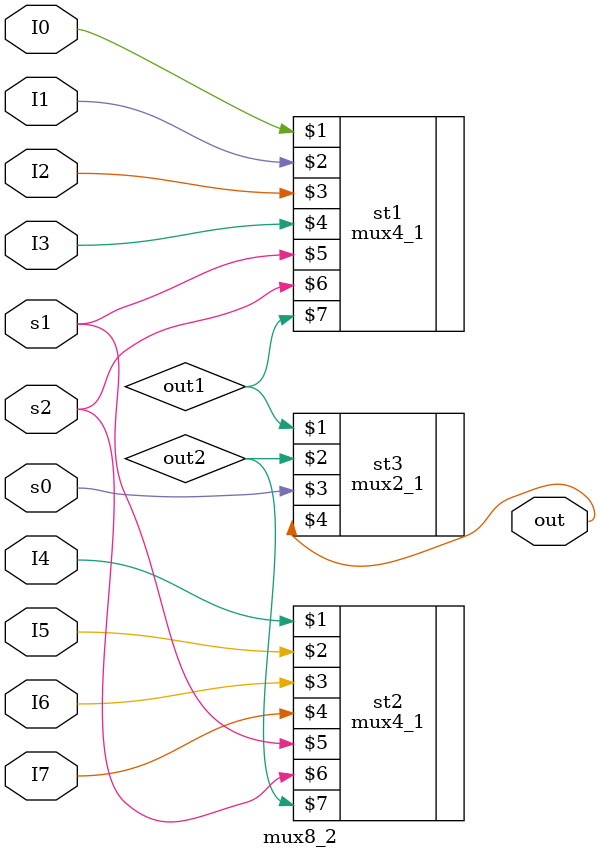
<source format=v>
`timescale 1ns / 1ps


module mux8_2(I0, I1, I2, I3, I4, I5, I6, I7, s0, s1, s2, out);
input I0, I1, I2, I3, I4, I5, I6, I7, s0, s1, s2;
output out;
wire out1, out2;
mux4_1 st1(I0,I1,I2,I3, s1, s2, out1);
mux4_1 st2(I4,I5,I6,I7, s1, s2, out2);
mux2_1 st3(out1, out2, s0, out);
endmodule

</source>
